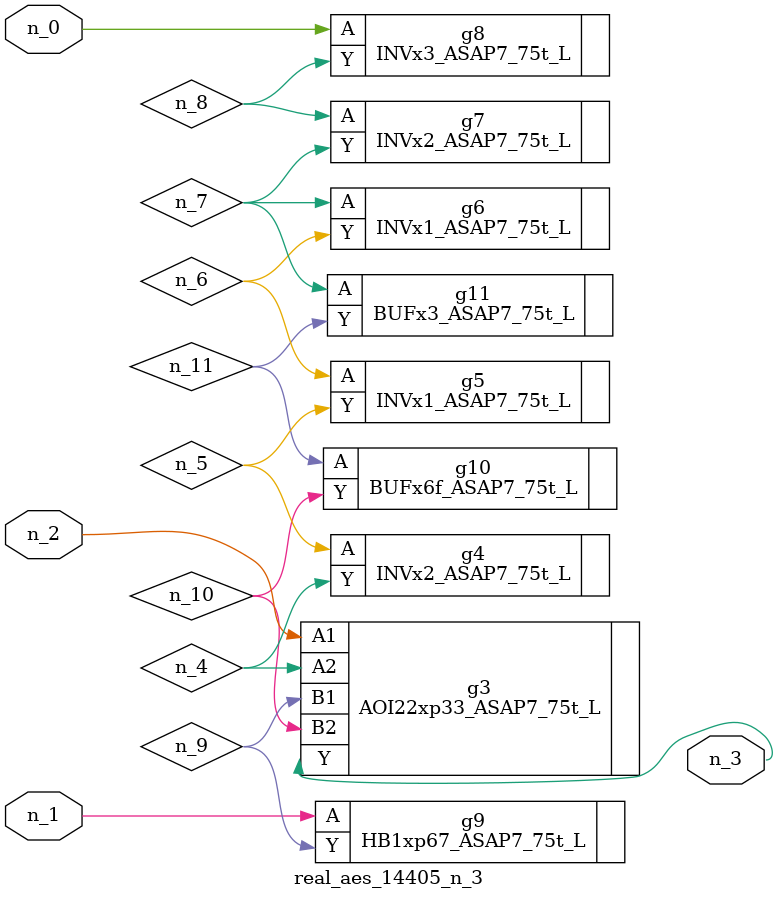
<source format=v>
module real_aes_14405_n_3 (n_0, n_2, n_1, n_3);
input n_0;
input n_2;
input n_1;
output n_3;
wire n_4;
wire n_5;
wire n_7;
wire n_9;
wire n_6;
wire n_8;
wire n_10;
wire n_11;
INVx3_ASAP7_75t_L g8 ( .A(n_0), .Y(n_8) );
HB1xp67_ASAP7_75t_L g9 ( .A(n_1), .Y(n_9) );
AOI22xp33_ASAP7_75t_L g3 ( .A1(n_2), .A2(n_4), .B1(n_9), .B2(n_10), .Y(n_3) );
INVx2_ASAP7_75t_L g4 ( .A(n_5), .Y(n_4) );
INVx1_ASAP7_75t_L g5 ( .A(n_6), .Y(n_5) );
INVx1_ASAP7_75t_L g6 ( .A(n_7), .Y(n_6) );
BUFx3_ASAP7_75t_L g11 ( .A(n_7), .Y(n_11) );
INVx2_ASAP7_75t_L g7 ( .A(n_8), .Y(n_7) );
BUFx6f_ASAP7_75t_L g10 ( .A(n_11), .Y(n_10) );
endmodule
</source>
